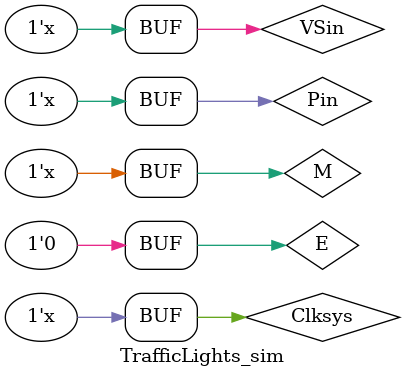
<source format=v>
`timescale 1ns / 1ps
module TrafficLights_sim(

    );
    reg VSin,Pin, M, Clksys, E; wire MR,SR,MY,SY,MG,SG;
    TrafficLights  TrafficLights (.VSin(VSin),.Pin(Pin),.Clkin(Clksys),.M(M), .E(E), .MR(MR),.SR(SR),.MY(MY),.SY(SY),.MG(MG),.SG(SG));
   initial begin Clksys=0; VSin=1;Pin=0;M=0;E=0;
     end
   always @(*)
         #10  Clksys <=~Clksys;
   always @(*)
        #2500 begin VSin<=~VSin; 
              Pin<=~Pin; end 
   always @(*)
        #5000 M<=~M;
endmodule
</source>
